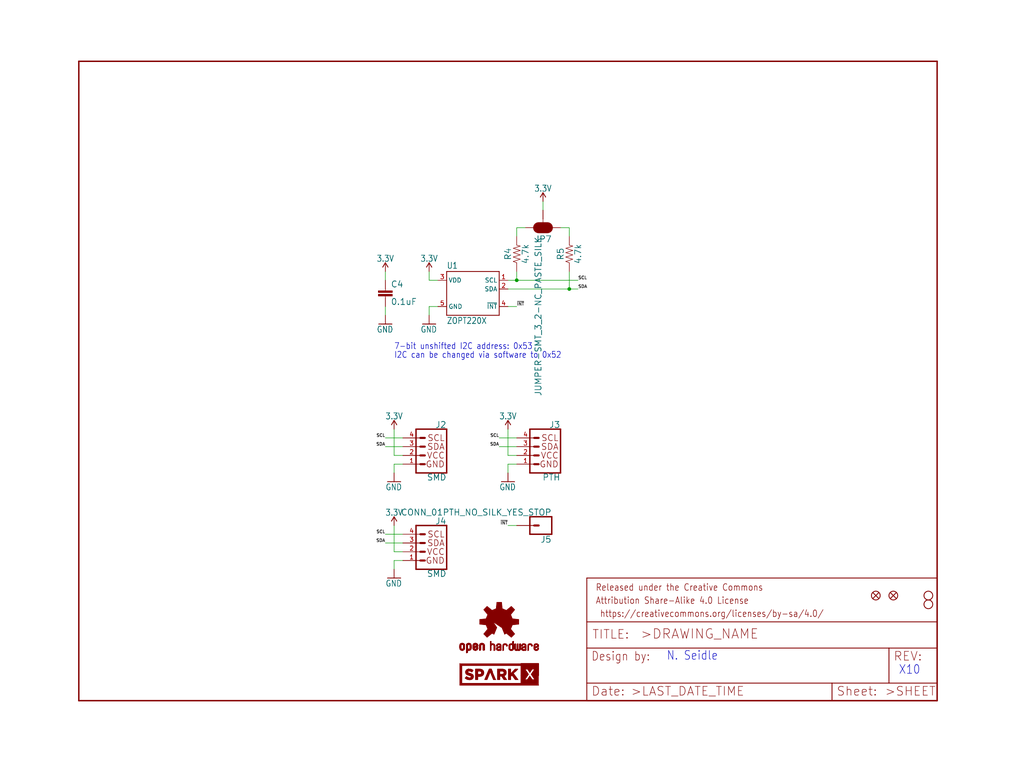
<source format=kicad_sch>
(kicad_sch (version 20211123) (generator eeschema)
  (paper "User" 297.002 223.926)
  (lib_symbols
    (symbol "eagleSchem-eagle-import:0.1UF-0603-25V-(+80{slash}-20%)"
      (property "Reference" "C" (at 1.524 2.921 0))
      (property "Value" "0.1UF-0603-25V-(+80{slash}-20%)" (at 1.524 -2.159 0))
      (symbol "0.1UF-0603-25V-(+80{slash}-20%)_1_0"
        (pin passive line (at 0 5.08 270) (length 2.54) (name "1") (number "1"))
        (pin passive line (at 0 -2.54 90) (length 2.54) (name "2") (number "2"))
      )
    )
    (symbol "eagleSchem-eagle-import:3.3V" (power)
      (property "Value" "3.3V" (at 0 2.794 0))
      (symbol "3.3V_1_0"
        (pin power_in line (at 0 0 90) (length 2.54) (name "3.3V") (number "1"))
      )
    )
    (symbol "eagleSchem-eagle-import:4.7KOHM-0603-1{slash}10W-1%"
      (property "Reference" "R" (at 0 1.524 0))
      (property "Value" "4.7KOHM-0603-1{slash}10W-1%" (at 0 -1.524 0))
      (symbol "4.7KOHM-0603-1{slash}10W-1%_1_0"
        (pin passive line (at -5.08 0 0) (length 2.54) (name "1") (number "1"))
        (pin passive line (at 5.08 0 180) (length 2.54) (name "2") (number "2"))
      )
    )
    (symbol "eagleSchem-eagle-import:CONN_01PTH_NO_SILK_YES_STOP"
      (property "Reference" "J" (at -2.54 3.048 0))
      (property "Value" "CONN_01PTH_NO_SILK_YES_STOP" (at -2.54 -4.826 0))
      (symbol "CONN_01PTH_NO_SILK_YES_STOP_1_0"
        (pin passive line (at 7.62 0 180) (length 5.08) (name "1") (number "1"))
      )
    )
    (symbol "eagleSchem-eagle-import:FIDUCIALUFIDUCIAL")
    (symbol "eagleSchem-eagle-import:FRAME-LETTER"
      (symbol "FRAME-LETTER_2_0"
        (text " https://creativecommons.org/licenses/by-sa/4.0/" (at 2.54 24.13 0) (effects (font (size 1.9304 1.6408)) (justify left bottom)))
        (text ">DRAWING_NAME" (at 15.494 17.78 0) (effects (font (size 2.7432 2.7432)) (justify left bottom)))
        (text ">LAST_DATE_TIME" (at 12.7 1.27 0) (effects (font (size 2.54 2.54)) (justify left bottom)))
        (text ">SHEET" (at 86.36 1.27 0) (effects (font (size 2.54 2.54)) (justify left bottom)))
        (text "Attribution Share-Alike 4.0 License" (at 2.54 27.94 0) (effects (font (size 1.9304 1.6408)) (justify left bottom)))
        (text "Date:" (at 1.27 1.27 0) (effects (font (size 2.54 2.54)) (justify left bottom)))
        (text "Design by:" (at 1.27 11.43 0) (effects (font (size 2.54 2.159)) (justify left bottom)))
        (text "Released under the Creative Commons" (at 2.54 31.75 0) (effects (font (size 1.9304 1.6408)) (justify left bottom)))
        (text "REV:" (at 88.9 11.43 0) (effects (font (size 2.54 2.54)) (justify left bottom)))
        (text "Sheet:" (at 72.39 1.27 0) (effects (font (size 2.54 2.54)) (justify left bottom)))
        (text "TITLE:" (at 1.524 17.78 0) (effects (font (size 2.54 2.54)) (justify left bottom)))
      )
    )
    (symbol "eagleSchem-eagle-import:GND" (power)
      (property "Value" "GND" (at -2.54 -2.54 0))
      (symbol "GND_1_0"
        (pin power_in line (at 0 2.54 270) (length 2.54) (name "GND") (number "1"))
      )
    )
    (symbol "eagleSchem-eagle-import:I2C_STANDARDJS-1MM"
      (property "Reference" "J" (at -5.08 7.874 0))
      (property "Value" "I2C_STANDARDJS-1MM" (at -5.08 -5.334 0))
      (symbol "I2C_STANDARDJS-1MM_1_0"
        (text "GND" (at -4.572 -2.54 0) (effects (font (size 1.778 1.778)) (justify left)))
        (text "SCL" (at -4.572 5.08 0) (effects (font (size 1.778 1.778)) (justify left)))
        (text "SDA" (at -4.572 2.54 0) (effects (font (size 1.778 1.778)) (justify left)))
        (text "VCC" (at -4.572 0 0) (effects (font (size 1.778 1.778)) (justify left)))
        (pin power_in line (at 7.62 -2.54 180) (length 5.08) (name "GND") (number "1"))
        (pin power_in line (at 7.62 0 180) (length 5.08) (name "VCC") (number "2"))
        (pin passive line (at 7.62 2.54 180) (length 5.08) (name "SDA") (number "3"))
        (pin passive line (at 7.62 5.08 180) (length 5.08) (name "SCL") (number "4"))
      )
    )
    (symbol "eagleSchem-eagle-import:I2C_STANDARD_NO_SILK"
      (property "Reference" "J" (at -5.08 7.874 0))
      (property "Value" "I2C_STANDARD_NO_SILK" (at -5.08 -5.334 0))
      (symbol "I2C_STANDARD_NO_SILK_1_0"
        (text "GND" (at -4.572 -2.54 0) (effects (font (size 1.778 1.778)) (justify left)))
        (text "SCL" (at -4.572 5.08 0) (effects (font (size 1.778 1.778)) (justify left)))
        (text "SDA" (at -4.572 2.54 0) (effects (font (size 1.778 1.778)) (justify left)))
        (text "VCC" (at -4.572 0 0) (effects (font (size 1.778 1.778)) (justify left)))
        (pin power_in line (at 7.62 -2.54 180) (length 5.08) (name "GND") (number "1"))
        (pin power_in line (at 7.62 0 180) (length 5.08) (name "VCC") (number "2"))
        (pin passive line (at 7.62 2.54 180) (length 5.08) (name "SDA") (number "3"))
        (pin passive line (at 7.62 5.08 180) (length 5.08) (name "SCL") (number "4"))
      )
    )
    (symbol "eagleSchem-eagle-import:JUMPER-SMT_3_2-NC_PASTE_SILK"
      (property "Reference" "JP" (at 2.54 0.381 0))
      (property "Value" "JUMPER-SMT_3_2-NC_PASTE_SILK" (at 2.54 -0.381 0))
      (symbol "JUMPER-SMT_3_2-NC_PASTE_SILK_1_0"
        (pin passive line (at 0 5.08 270) (length 2.54) (name "1") (number "1"))
        (pin passive line (at -5.08 0 0) (length 2.54) (name "2") (number "2"))
        (pin passive line (at 0 -5.08 90) (length 2.54) (name "3") (number "3"))
      )
    )
    (symbol "eagleSchem-eagle-import:OSHW-LOGOMINI")
    (symbol "eagleSchem-eagle-import:SPARKX-LOGO4")
    (symbol "eagleSchem-eagle-import:STAND-OFF")
    (symbol "eagleSchem-eagle-import:ZOPT220X"
      (property "Reference" "U" (at -7.62 5.842 0))
      (property "Value" "ZOPT220X" (at -7.62 -10.16 0))
      (symbol "ZOPT220X_1_0"
        (pin bidirectional line (at 10.16 2.54 180) (length 2.54) (name "SCL") (number "1"))
        (pin bidirectional line (at 10.16 0 180) (length 2.54) (name "SDA") (number "2"))
        (pin bidirectional line (at -10.16 2.54 0) (length 2.54) (name "VDD") (number "3"))
        (pin bidirectional line (at 10.16 -5.08 180) (length 2.54) (name "~{INT}") (number "4"))
        (pin bidirectional line (at -10.16 -5.08 0) (length 2.54) (name "GND") (number "5"))
      )
    )
  )
  (junction (at 149.86 81.28))
  (junction (at 165.1 83.82))
  (wire (pts (xy 149.86 81.28) (xy 167.64 81.28)))
  (wire (pts (xy 116.84 129.54) (xy 111.76 129.54)))
  (wire (pts (xy 124.46 81.28) (xy 124.46 78.74)))
  (wire (pts (xy 165.1 83.82) (xy 165.1 78.74)))
  (wire (pts (xy 149.86 66.04) (xy 152.4 66.04)))
  (wire (pts (xy 165.1 66.04) (xy 162.56 66.04)))
  (wire (pts (xy 165.1 83.82) (xy 167.64 83.82)))
  (wire (pts (xy 116.84 134.62) (xy 114.3 134.62)))
  (wire (pts (xy 116.84 162.56) (xy 114.3 162.56)))
  (wire (pts (xy 114.3 132.08) (xy 114.3 124.46)))
  (wire (pts (xy 116.84 154.94) (xy 111.76 154.94)))
  (wire (pts (xy 116.84 132.08) (xy 114.3 132.08)))
  (wire (pts (xy 165.1 68.58) (xy 165.1 66.04)))
  (wire (pts (xy 147.32 81.28) (xy 149.86 81.28)))
  (wire (pts (xy 149.86 81.28) (xy 149.86 78.74)))
  (wire (pts (xy 116.84 127) (xy 111.76 127)))
  (wire (pts (xy 116.84 157.48) (xy 111.76 157.48)))
  (wire (pts (xy 147.32 134.62) (xy 147.32 137.16)))
  (wire (pts (xy 116.84 160.02) (xy 114.3 160.02)))
  (wire (pts (xy 127 81.28) (xy 124.46 81.28)))
  (wire (pts (xy 127 88.9) (xy 124.46 88.9)))
  (wire (pts (xy 149.86 152.4) (xy 147.32 152.4)))
  (wire (pts (xy 149.86 127) (xy 144.78 127)))
  (wire (pts (xy 111.76 81.28) (xy 111.76 78.74)))
  (wire (pts (xy 114.3 162.56) (xy 114.3 165.1)))
  (wire (pts (xy 149.86 129.54) (xy 144.78 129.54)))
  (wire (pts (xy 114.3 160.02) (xy 114.3 152.4)))
  (wire (pts (xy 149.86 68.58) (xy 149.86 66.04)))
  (wire (pts (xy 157.48 58.42) (xy 157.48 60.96)))
  (wire (pts (xy 114.3 134.62) (xy 114.3 137.16)))
  (wire (pts (xy 111.76 88.9) (xy 111.76 91.44)))
  (wire (pts (xy 124.46 88.9) (xy 124.46 91.44)))
  (wire (pts (xy 149.86 134.62) (xy 147.32 134.62)))
  (wire (pts (xy 147.32 132.08) (xy 147.32 124.46)))
  (wire (pts (xy 147.32 83.82) (xy 165.1 83.82)))
  (wire (pts (xy 149.86 132.08) (xy 147.32 132.08)))
  (wire (pts (xy 147.32 88.9) (xy 149.86 88.9)))
  (text "N. Seidle" (at 193.294 191.77 180) (effects (font (size 2.54 2.159)) (justify left bottom)))
  (text "7-bit unshifted I2C address: 0x53" (at 114.3 101.6 180) (effects (font (size 1.778 1.5113)) (justify left bottom)))
  (text "X10" (at 260.604 195.834 180) (effects (font (size 2.54 2.159)) (justify left bottom)))
  (text "I2C can be changed via software to 0x52" (at 114.3 104.14 180) (effects (font (size 1.778 1.5113)) (justify left bottom)))
  (label "SDA" (at 111.76 157.48 180) (effects (font (size 0.889 0.889))))
  (label "SCL" (at 144.78 127 180) (effects (font (size 0.889 0.889))))
  (label "SCL" (at 111.76 127 180) (effects (font (size 0.889 0.889))))
  (label "SDA" (at 111.76 129.54 180) (effects (font (size 0.889 0.889))))
  (label "SDA" (at 144.78 129.54 180) (effects (font (size 0.889 0.889))))
  (label "~{INT}" (at 149.86 88.9 0) (effects (font (size 0.889 0.889))))
  (label "SCL" (at 111.76 154.94 180) (effects (font (size 0.889 0.889))))
  (label "~{INT}" (at 147.32 152.4 180) (effects (font (size 0.889 0.889))))
  (label "SCL" (at 167.64 81.28 0) (effects (font (size 0.889 0.889))))
  (label "SDA" (at 167.64 83.82 0) (effects (font (size 0.889 0.889))))
  (symbol (lib_id "eagleSchem-eagle-import:JUMPER-SMT_3_2-NC_PASTE_SILK") (at 157.48 66.04 270) (unit 1)
    (property "Reference" "JP7" (at 154.94 70.358 90) (effects (font (size 1.778 1.778)) (justify left bottom)))
    (property "Value" "JUMPER-SMT_3_2-NC_PASTE_SILK" (at 157.099 68.58 0) (effects (font (size 1.778 1.778)) (justify left top)))
    (property "Footprint" "eagleSchem:SMT-JUMPER_3_2-NC_PASTE_SILK" (effects hide))
  )
  (symbol (lib_id "eagleSchem-eagle-import:FIDUCIALUFIDUCIAL") (at 254 172.72 0) (unit 1)
    (property "Reference" "JP2" (effects hide))
    (property "Value" "FIDUCIALUFIDUCIAL" (effects hide))
    (property "Footprint" "eagleSchem:MICRO-FIDUCIAL" (effects hide))
  )
  (symbol (lib_id "eagleSchem-eagle-import:I2C_STANDARD_NO_SILK") (at 157.48 132.08 0) (mirror y) (unit 1)
    (property "Reference" "J3" (at 162.56 124.206 0) (effects (font (size 1.778 1.778)) (justify left bottom)))
    (property "Value" "PTH" (at 162.56 137.414 0) (effects (font (size 1.778 1.778)) (justify left top)))
    (property "Footprint" "eagleSchem:1X04_NO_SILK" (effects hide))
  )
  (symbol (lib_id "eagleSchem-eagle-import:CONN_01PTH_NO_SILK_YES_STOP") (at 157.48 152.4 180) (unit 1)
    (property "Reference" "J5" (at 160.02 155.448 0) (effects (font (size 1.778 1.778)) (justify left bottom)))
    (property "Value" "CONN_01PTH_NO_SILK_YES_STOP" (at 160.02 147.574 0) (effects (font (size 1.778 1.778)) (justify left bottom)))
    (property "Footprint" "eagleSchem:1X01_NO_SILK" (effects hide))
  )
  (symbol (lib_id "eagleSchem-eagle-import:4.7KOHM-0603-1{slash}10W-1%") (at 165.1 73.66 90) (unit 1)
    (property "Reference" "R5" (at 163.576 73.66 0) (effects (font (size 1.778 1.778)) (justify bottom)))
    (property "Value" "4.7k" (at 166.624 73.66 0) (effects (font (size 1.778 1.778)) (justify top)))
    (property "Footprint" "eagleSchem:0603" (effects hide))
  )
  (symbol (lib_id "eagleSchem-eagle-import:3.3V") (at 147.32 124.46 0) (unit 1)
    (property "Reference" "#SUPPLY7" (effects hide))
    (property "Value" "3.3V" (at 147.32 121.666 0) (effects (font (size 1.778 1.5113)) (justify bottom)))
    (property "Footprint" "eagleSchem:" (effects hide))
  )
  (symbol (lib_id "eagleSchem-eagle-import:I2C_STANDARDJS-1MM") (at 124.46 132.08 0) (mirror y) (unit 1)
    (property "Reference" "J2" (at 129.54 124.206 0) (effects (font (size 1.778 1.778)) (justify left bottom)))
    (property "Value" "SMD" (at 129.54 137.414 0) (effects (font (size 1.778 1.778)) (justify left top)))
    (property "Footprint" "eagleSchem:1X04_1MM_RA" (effects hide))
  )
  (symbol (lib_id "eagleSchem-eagle-import:3.3V") (at 157.48 58.42 0) (unit 1)
    (property "Reference" "#SUPPLY1" (effects hide))
    (property "Value" "3.3V" (at 157.48 55.626 0) (effects (font (size 1.778 1.5113)) (justify bottom)))
    (property "Footprint" "eagleSchem:" (effects hide))
  )
  (symbol (lib_id "eagleSchem-eagle-import:GND") (at 114.3 139.7 0) (unit 1)
    (property "Reference" "#GND6" (effects hide))
    (property "Value" "GND" (at 111.76 142.24 0) (effects (font (size 1.778 1.5113)) (justify left bottom)))
    (property "Footprint" "eagleSchem:" (effects hide))
  )
  (symbol (lib_id "eagleSchem-eagle-import:3.3V") (at 111.76 78.74 0) (unit 1)
    (property "Reference" "#SUPPLY5" (effects hide))
    (property "Value" "3.3V" (at 111.76 75.946 0) (effects (font (size 1.778 1.5113)) (justify bottom)))
    (property "Footprint" "eagleSchem:" (effects hide))
  )
  (symbol (lib_id "eagleSchem-eagle-import:3.3V") (at 114.3 152.4 0) (unit 1)
    (property "Reference" "#SUPPLY8" (effects hide))
    (property "Value" "3.3V" (at 114.3 149.606 0) (effects (font (size 1.778 1.5113)) (justify bottom)))
    (property "Footprint" "eagleSchem:" (effects hide))
  )
  (symbol (lib_id "eagleSchem-eagle-import:OSHW-LOGOMINI") (at 144.78 180.34 0) (unit 1)
    (property "Reference" "LOGO1" (effects hide))
    (property "Value" "OSHW-LOGOMINI" (effects hide))
    (property "Footprint" "eagleSchem:OSHW-LOGO-MINI" (effects hide))
  )
  (symbol (lib_id "eagleSchem-eagle-import:GND") (at 114.3 167.64 0) (unit 1)
    (property "Reference" "#GND8" (effects hide))
    (property "Value" "GND" (at 111.76 170.18 0) (effects (font (size 1.778 1.5113)) (justify left bottom)))
    (property "Footprint" "eagleSchem:" (effects hide))
  )
  (symbol (lib_id "eagleSchem-eagle-import:GND") (at 111.76 93.98 0) (unit 1)
    (property "Reference" "#GND4" (effects hide))
    (property "Value" "GND" (at 109.22 96.52 0) (effects (font (size 1.778 1.5113)) (justify left bottom)))
    (property "Footprint" "eagleSchem:" (effects hide))
  )
  (symbol (lib_id "eagleSchem-eagle-import:FRAME-LETTER") (at 22.86 203.2 0) (unit 1)
    (property "Reference" "FRAME1" (effects hide))
    (property "Value" "FRAME-LETTER" (effects hide))
    (property "Footprint" "eagleSchem:CREATIVE_COMMONS" (effects hide))
  )
  (symbol (lib_id "eagleSchem-eagle-import:GND") (at 147.32 139.7 0) (unit 1)
    (property "Reference" "#GND7" (effects hide))
    (property "Value" "GND" (at 144.78 142.24 0) (effects (font (size 1.778 1.5113)) (justify left bottom)))
    (property "Footprint" "eagleSchem:" (effects hide))
  )
  (symbol (lib_id "eagleSchem-eagle-import:ZOPT220X") (at 137.16 83.82 0) (unit 1)
    (property "Reference" "U1" (at 129.54 77.978 0) (effects (font (size 1.778 1.5113)) (justify left bottom)))
    (property "Value" "ZOPT220X" (at 129.54 93.98 0) (effects (font (size 1.778 1.5113)) (justify left bottom)))
    (property "Footprint" "eagleSchem:LGA6" (effects hide))
  )
  (symbol (lib_id "eagleSchem-eagle-import:FRAME-LETTER") (at 170.18 203.2 0) (unit 2)
    (property "Reference" "FRAME1" (effects hide))
    (property "Value" "FRAME-LETTER" (effects hide))
    (property "Footprint" "eagleSchem:CREATIVE_COMMONS" (effects hide))
  )
  (symbol (lib_id "eagleSchem-eagle-import:4.7KOHM-0603-1{slash}10W-1%") (at 149.86 73.66 90) (unit 1)
    (property "Reference" "R4" (at 148.336 73.66 0) (effects (font (size 1.778 1.778)) (justify bottom)))
    (property "Value" "4.7k" (at 151.384 73.66 0) (effects (font (size 1.778 1.778)) (justify top)))
    (property "Footprint" "eagleSchem:0603" (effects hide))
  )
  (symbol (lib_id "eagleSchem-eagle-import:SPARKX-LOGO4") (at 144.78 195.58 0) (unit 1)
    (property "Reference" "U$1" (effects hide))
    (property "Value" "SPARKX-LOGO4" (effects hide))
    (property "Footprint" "eagleSchem:SPARKX-MEDIUM" (effects hide))
  )
  (symbol (lib_id "eagleSchem-eagle-import:0.1UF-0603-25V-(+80{slash}-20%)") (at 111.76 86.36 0) (unit 1)
    (property "Reference" "C4" (at 113.284 83.439 0) (effects (font (size 1.778 1.778)) (justify left bottom)))
    (property "Value" "0.1uF" (at 113.284 88.519 0) (effects (font (size 1.778 1.778)) (justify left bottom)))
    (property "Footprint" "eagleSchem:0603" (effects hide))
  )
  (symbol (lib_id "eagleSchem-eagle-import:STAND-OFF") (at 269.24 172.72 0) (unit 1)
    (property "Reference" "JP3" (effects hide))
    (property "Value" "STAND-OFF" (effects hide))
    (property "Footprint" "eagleSchem:STAND-OFF" (effects hide))
  )
  (symbol (lib_id "eagleSchem-eagle-import:3.3V") (at 124.46 78.74 0) (unit 1)
    (property "Reference" "#SUPPLY3" (effects hide))
    (property "Value" "3.3V" (at 124.46 75.946 0) (effects (font (size 1.778 1.5113)) (justify bottom)))
    (property "Footprint" "eagleSchem:" (effects hide))
  )
  (symbol (lib_id "eagleSchem-eagle-import:STAND-OFF") (at 269.24 175.26 0) (unit 1)
    (property "Reference" "JP4" (effects hide))
    (property "Value" "STAND-OFF" (effects hide))
    (property "Footprint" "eagleSchem:STAND-OFF" (effects hide))
  )
  (symbol (lib_id "eagleSchem-eagle-import:I2C_STANDARDJS-1MM") (at 124.46 160.02 0) (mirror y) (unit 1)
    (property "Reference" "J4" (at 129.54 152.146 0) (effects (font (size 1.778 1.778)) (justify left bottom)))
    (property "Value" "SMD" (at 129.54 165.354 0) (effects (font (size 1.778 1.778)) (justify left top)))
    (property "Footprint" "eagleSchem:1X04_1MM_RA" (effects hide))
  )
  (symbol (lib_id "eagleSchem-eagle-import:3.3V") (at 114.3 124.46 0) (unit 1)
    (property "Reference" "#SUPPLY4" (effects hide))
    (property "Value" "3.3V" (at 114.3 121.666 0) (effects (font (size 1.778 1.5113)) (justify bottom)))
    (property "Footprint" "eagleSchem:" (effects hide))
  )
  (symbol (lib_id "eagleSchem-eagle-import:FIDUCIALUFIDUCIAL") (at 259.08 172.72 0) (unit 1)
    (property "Reference" "JP6" (effects hide))
    (property "Value" "FIDUCIALUFIDUCIAL" (effects hide))
    (property "Footprint" "eagleSchem:MICRO-FIDUCIAL" (effects hide))
  )
  (symbol (lib_id "eagleSchem-eagle-import:SPARKX-LOGO4") (at 144.78 195.58 0) (unit 1)
    (property "Reference" "U$2" (effects hide))
    (property "Value" "SPARKX-LOGO4" (effects hide))
    (property "Footprint" "eagleSchem:SPARKX-MEDIUM" (effects hide))
  )
  (symbol (lib_id "eagleSchem-eagle-import:GND") (at 124.46 93.98 0) (unit 1)
    (property "Reference" "#GND1" (effects hide))
    (property "Value" "GND" (at 121.92 96.52 0) (effects (font (size 1.778 1.5113)) (justify left bottom)))
    (property "Footprint" "eagleSchem:" (effects hide))
  )
)
</source>
